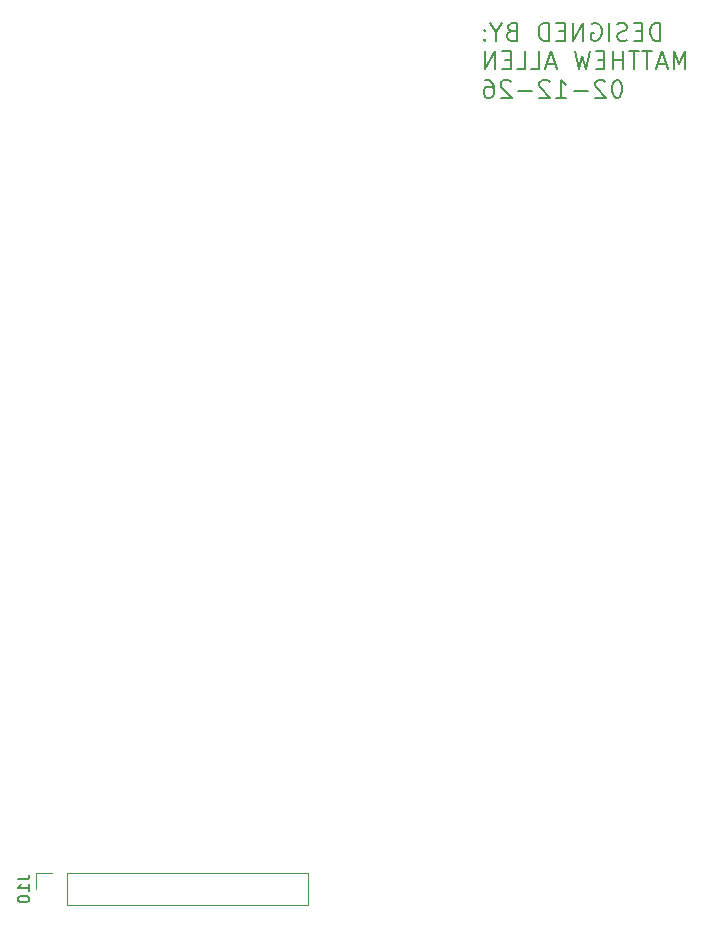
<source format=gbr>
%TF.GenerationSoftware,KiCad,Pcbnew,9.0.6*%
%TF.CreationDate,2026-02-12T10:09:27-05:00*%
%TF.ProjectId,polaris3.1,706f6c61-7269-4733-932e-312e6b696361,rev?*%
%TF.SameCoordinates,Original*%
%TF.FileFunction,Legend,Bot*%
%TF.FilePolarity,Positive*%
%FSLAX46Y46*%
G04 Gerber Fmt 4.6, Leading zero omitted, Abs format (unit mm)*
G04 Created by KiCad (PCBNEW 9.0.6) date 2026-02-12 10:09:27*
%MOMM*%
%LPD*%
G01*
G04 APERTURE LIST*
%ADD10C,0.187500*%
%ADD11C,0.150000*%
%ADD12C,0.120000*%
G04 APERTURE END LIST*
D10*
X202637641Y-47176846D02*
X202637641Y-45676846D01*
X202637641Y-45676846D02*
X202280498Y-45676846D01*
X202280498Y-45676846D02*
X202066212Y-45748275D01*
X202066212Y-45748275D02*
X201923355Y-45891132D01*
X201923355Y-45891132D02*
X201851926Y-46033989D01*
X201851926Y-46033989D02*
X201780498Y-46319703D01*
X201780498Y-46319703D02*
X201780498Y-46533989D01*
X201780498Y-46533989D02*
X201851926Y-46819703D01*
X201851926Y-46819703D02*
X201923355Y-46962560D01*
X201923355Y-46962560D02*
X202066212Y-47105418D01*
X202066212Y-47105418D02*
X202280498Y-47176846D01*
X202280498Y-47176846D02*
X202637641Y-47176846D01*
X201137641Y-46391132D02*
X200637641Y-46391132D01*
X200423355Y-47176846D02*
X201137641Y-47176846D01*
X201137641Y-47176846D02*
X201137641Y-45676846D01*
X201137641Y-45676846D02*
X200423355Y-45676846D01*
X199851926Y-47105418D02*
X199637641Y-47176846D01*
X199637641Y-47176846D02*
X199280498Y-47176846D01*
X199280498Y-47176846D02*
X199137641Y-47105418D01*
X199137641Y-47105418D02*
X199066212Y-47033989D01*
X199066212Y-47033989D02*
X198994783Y-46891132D01*
X198994783Y-46891132D02*
X198994783Y-46748275D01*
X198994783Y-46748275D02*
X199066212Y-46605418D01*
X199066212Y-46605418D02*
X199137641Y-46533989D01*
X199137641Y-46533989D02*
X199280498Y-46462560D01*
X199280498Y-46462560D02*
X199566212Y-46391132D01*
X199566212Y-46391132D02*
X199709069Y-46319703D01*
X199709069Y-46319703D02*
X199780498Y-46248275D01*
X199780498Y-46248275D02*
X199851926Y-46105418D01*
X199851926Y-46105418D02*
X199851926Y-45962560D01*
X199851926Y-45962560D02*
X199780498Y-45819703D01*
X199780498Y-45819703D02*
X199709069Y-45748275D01*
X199709069Y-45748275D02*
X199566212Y-45676846D01*
X199566212Y-45676846D02*
X199209069Y-45676846D01*
X199209069Y-45676846D02*
X198994783Y-45748275D01*
X198351927Y-47176846D02*
X198351927Y-45676846D01*
X196851926Y-45748275D02*
X196994784Y-45676846D01*
X196994784Y-45676846D02*
X197209069Y-45676846D01*
X197209069Y-45676846D02*
X197423355Y-45748275D01*
X197423355Y-45748275D02*
X197566212Y-45891132D01*
X197566212Y-45891132D02*
X197637641Y-46033989D01*
X197637641Y-46033989D02*
X197709069Y-46319703D01*
X197709069Y-46319703D02*
X197709069Y-46533989D01*
X197709069Y-46533989D02*
X197637641Y-46819703D01*
X197637641Y-46819703D02*
X197566212Y-46962560D01*
X197566212Y-46962560D02*
X197423355Y-47105418D01*
X197423355Y-47105418D02*
X197209069Y-47176846D01*
X197209069Y-47176846D02*
X197066212Y-47176846D01*
X197066212Y-47176846D02*
X196851926Y-47105418D01*
X196851926Y-47105418D02*
X196780498Y-47033989D01*
X196780498Y-47033989D02*
X196780498Y-46533989D01*
X196780498Y-46533989D02*
X197066212Y-46533989D01*
X196137641Y-47176846D02*
X196137641Y-45676846D01*
X196137641Y-45676846D02*
X195280498Y-47176846D01*
X195280498Y-47176846D02*
X195280498Y-45676846D01*
X194566212Y-46391132D02*
X194066212Y-46391132D01*
X193851926Y-47176846D02*
X194566212Y-47176846D01*
X194566212Y-47176846D02*
X194566212Y-45676846D01*
X194566212Y-45676846D02*
X193851926Y-45676846D01*
X193209069Y-47176846D02*
X193209069Y-45676846D01*
X193209069Y-45676846D02*
X192851926Y-45676846D01*
X192851926Y-45676846D02*
X192637640Y-45748275D01*
X192637640Y-45748275D02*
X192494783Y-45891132D01*
X192494783Y-45891132D02*
X192423354Y-46033989D01*
X192423354Y-46033989D02*
X192351926Y-46319703D01*
X192351926Y-46319703D02*
X192351926Y-46533989D01*
X192351926Y-46533989D02*
X192423354Y-46819703D01*
X192423354Y-46819703D02*
X192494783Y-46962560D01*
X192494783Y-46962560D02*
X192637640Y-47105418D01*
X192637640Y-47105418D02*
X192851926Y-47176846D01*
X192851926Y-47176846D02*
X193209069Y-47176846D01*
X190066212Y-46391132D02*
X189851926Y-46462560D01*
X189851926Y-46462560D02*
X189780497Y-46533989D01*
X189780497Y-46533989D02*
X189709069Y-46676846D01*
X189709069Y-46676846D02*
X189709069Y-46891132D01*
X189709069Y-46891132D02*
X189780497Y-47033989D01*
X189780497Y-47033989D02*
X189851926Y-47105418D01*
X189851926Y-47105418D02*
X189994783Y-47176846D01*
X189994783Y-47176846D02*
X190566212Y-47176846D01*
X190566212Y-47176846D02*
X190566212Y-45676846D01*
X190566212Y-45676846D02*
X190066212Y-45676846D01*
X190066212Y-45676846D02*
X189923355Y-45748275D01*
X189923355Y-45748275D02*
X189851926Y-45819703D01*
X189851926Y-45819703D02*
X189780497Y-45962560D01*
X189780497Y-45962560D02*
X189780497Y-46105418D01*
X189780497Y-46105418D02*
X189851926Y-46248275D01*
X189851926Y-46248275D02*
X189923355Y-46319703D01*
X189923355Y-46319703D02*
X190066212Y-46391132D01*
X190066212Y-46391132D02*
X190566212Y-46391132D01*
X188780497Y-46462560D02*
X188780497Y-47176846D01*
X189280497Y-45676846D02*
X188780497Y-46462560D01*
X188780497Y-46462560D02*
X188280497Y-45676846D01*
X187780498Y-47033989D02*
X187709069Y-47105418D01*
X187709069Y-47105418D02*
X187780498Y-47176846D01*
X187780498Y-47176846D02*
X187851926Y-47105418D01*
X187851926Y-47105418D02*
X187780498Y-47033989D01*
X187780498Y-47033989D02*
X187780498Y-47176846D01*
X187780498Y-46248275D02*
X187709069Y-46319703D01*
X187709069Y-46319703D02*
X187780498Y-46391132D01*
X187780498Y-46391132D02*
X187851926Y-46319703D01*
X187851926Y-46319703D02*
X187780498Y-46248275D01*
X187780498Y-46248275D02*
X187780498Y-46391132D01*
X204780499Y-49591762D02*
X204780499Y-48091762D01*
X204780499Y-48091762D02*
X204280499Y-49163191D01*
X204280499Y-49163191D02*
X203780499Y-48091762D01*
X203780499Y-48091762D02*
X203780499Y-49591762D01*
X203137641Y-49163191D02*
X202423356Y-49163191D01*
X203280498Y-49591762D02*
X202780498Y-48091762D01*
X202780498Y-48091762D02*
X202280498Y-49591762D01*
X201994784Y-48091762D02*
X201137642Y-48091762D01*
X201566213Y-49591762D02*
X201566213Y-48091762D01*
X200851927Y-48091762D02*
X199994785Y-48091762D01*
X200423356Y-49591762D02*
X200423356Y-48091762D01*
X199494785Y-49591762D02*
X199494785Y-48091762D01*
X199494785Y-48806048D02*
X198637642Y-48806048D01*
X198637642Y-49591762D02*
X198637642Y-48091762D01*
X197923356Y-48806048D02*
X197423356Y-48806048D01*
X197209070Y-49591762D02*
X197923356Y-49591762D01*
X197923356Y-49591762D02*
X197923356Y-48091762D01*
X197923356Y-48091762D02*
X197209070Y-48091762D01*
X196709070Y-48091762D02*
X196351927Y-49591762D01*
X196351927Y-49591762D02*
X196066213Y-48520334D01*
X196066213Y-48520334D02*
X195780498Y-49591762D01*
X195780498Y-49591762D02*
X195423356Y-48091762D01*
X193780498Y-49163191D02*
X193066213Y-49163191D01*
X193923355Y-49591762D02*
X193423355Y-48091762D01*
X193423355Y-48091762D02*
X192923355Y-49591762D01*
X191709070Y-49591762D02*
X192423356Y-49591762D01*
X192423356Y-49591762D02*
X192423356Y-48091762D01*
X190494784Y-49591762D02*
X191209070Y-49591762D01*
X191209070Y-49591762D02*
X191209070Y-48091762D01*
X189994784Y-48806048D02*
X189494784Y-48806048D01*
X189280498Y-49591762D02*
X189994784Y-49591762D01*
X189994784Y-49591762D02*
X189994784Y-48091762D01*
X189994784Y-48091762D02*
X189280498Y-48091762D01*
X188637641Y-49591762D02*
X188637641Y-48091762D01*
X188637641Y-48091762D02*
X187780498Y-49591762D01*
X187780498Y-49591762D02*
X187780498Y-48091762D01*
X199066209Y-50506678D02*
X198923352Y-50506678D01*
X198923352Y-50506678D02*
X198780495Y-50578107D01*
X198780495Y-50578107D02*
X198709067Y-50649535D01*
X198709067Y-50649535D02*
X198637638Y-50792392D01*
X198637638Y-50792392D02*
X198566209Y-51078107D01*
X198566209Y-51078107D02*
X198566209Y-51435250D01*
X198566209Y-51435250D02*
X198637638Y-51720964D01*
X198637638Y-51720964D02*
X198709067Y-51863821D01*
X198709067Y-51863821D02*
X198780495Y-51935250D01*
X198780495Y-51935250D02*
X198923352Y-52006678D01*
X198923352Y-52006678D02*
X199066209Y-52006678D01*
X199066209Y-52006678D02*
X199209067Y-51935250D01*
X199209067Y-51935250D02*
X199280495Y-51863821D01*
X199280495Y-51863821D02*
X199351924Y-51720964D01*
X199351924Y-51720964D02*
X199423352Y-51435250D01*
X199423352Y-51435250D02*
X199423352Y-51078107D01*
X199423352Y-51078107D02*
X199351924Y-50792392D01*
X199351924Y-50792392D02*
X199280495Y-50649535D01*
X199280495Y-50649535D02*
X199209067Y-50578107D01*
X199209067Y-50578107D02*
X199066209Y-50506678D01*
X197994781Y-50649535D02*
X197923353Y-50578107D01*
X197923353Y-50578107D02*
X197780496Y-50506678D01*
X197780496Y-50506678D02*
X197423353Y-50506678D01*
X197423353Y-50506678D02*
X197280496Y-50578107D01*
X197280496Y-50578107D02*
X197209067Y-50649535D01*
X197209067Y-50649535D02*
X197137638Y-50792392D01*
X197137638Y-50792392D02*
X197137638Y-50935250D01*
X197137638Y-50935250D02*
X197209067Y-51149535D01*
X197209067Y-51149535D02*
X198066210Y-52006678D01*
X198066210Y-52006678D02*
X197137638Y-52006678D01*
X196494782Y-51435250D02*
X195351925Y-51435250D01*
X193851924Y-52006678D02*
X194709067Y-52006678D01*
X194280496Y-52006678D02*
X194280496Y-50506678D01*
X194280496Y-50506678D02*
X194423353Y-50720964D01*
X194423353Y-50720964D02*
X194566210Y-50863821D01*
X194566210Y-50863821D02*
X194709067Y-50935250D01*
X193280496Y-50649535D02*
X193209068Y-50578107D01*
X193209068Y-50578107D02*
X193066211Y-50506678D01*
X193066211Y-50506678D02*
X192709068Y-50506678D01*
X192709068Y-50506678D02*
X192566211Y-50578107D01*
X192566211Y-50578107D02*
X192494782Y-50649535D01*
X192494782Y-50649535D02*
X192423353Y-50792392D01*
X192423353Y-50792392D02*
X192423353Y-50935250D01*
X192423353Y-50935250D02*
X192494782Y-51149535D01*
X192494782Y-51149535D02*
X193351925Y-52006678D01*
X193351925Y-52006678D02*
X192423353Y-52006678D01*
X191780497Y-51435250D02*
X190637640Y-51435250D01*
X189994782Y-50649535D02*
X189923354Y-50578107D01*
X189923354Y-50578107D02*
X189780497Y-50506678D01*
X189780497Y-50506678D02*
X189423354Y-50506678D01*
X189423354Y-50506678D02*
X189280497Y-50578107D01*
X189280497Y-50578107D02*
X189209068Y-50649535D01*
X189209068Y-50649535D02*
X189137639Y-50792392D01*
X189137639Y-50792392D02*
X189137639Y-50935250D01*
X189137639Y-50935250D02*
X189209068Y-51149535D01*
X189209068Y-51149535D02*
X190066211Y-52006678D01*
X190066211Y-52006678D02*
X189137639Y-52006678D01*
X187851926Y-50506678D02*
X188137640Y-50506678D01*
X188137640Y-50506678D02*
X188280497Y-50578107D01*
X188280497Y-50578107D02*
X188351926Y-50649535D01*
X188351926Y-50649535D02*
X188494783Y-50863821D01*
X188494783Y-50863821D02*
X188566211Y-51149535D01*
X188566211Y-51149535D02*
X188566211Y-51720964D01*
X188566211Y-51720964D02*
X188494783Y-51863821D01*
X188494783Y-51863821D02*
X188423354Y-51935250D01*
X188423354Y-51935250D02*
X188280497Y-52006678D01*
X188280497Y-52006678D02*
X187994783Y-52006678D01*
X187994783Y-52006678D02*
X187851926Y-51935250D01*
X187851926Y-51935250D02*
X187780497Y-51863821D01*
X187780497Y-51863821D02*
X187709068Y-51720964D01*
X187709068Y-51720964D02*
X187709068Y-51363821D01*
X187709068Y-51363821D02*
X187780497Y-51220964D01*
X187780497Y-51220964D02*
X187851926Y-51149535D01*
X187851926Y-51149535D02*
X187994783Y-51078107D01*
X187994783Y-51078107D02*
X188280497Y-51078107D01*
X188280497Y-51078107D02*
X188423354Y-51149535D01*
X188423354Y-51149535D02*
X188494783Y-51220964D01*
X188494783Y-51220964D02*
X188566211Y-51363821D01*
D11*
X148244819Y-118190476D02*
X148959104Y-118190476D01*
X148959104Y-118190476D02*
X149101961Y-118142857D01*
X149101961Y-118142857D02*
X149197200Y-118047619D01*
X149197200Y-118047619D02*
X149244819Y-117904762D01*
X149244819Y-117904762D02*
X149244819Y-117809524D01*
X149244819Y-119190476D02*
X149244819Y-118619048D01*
X149244819Y-118904762D02*
X148244819Y-118904762D01*
X148244819Y-118904762D02*
X148387676Y-118809524D01*
X148387676Y-118809524D02*
X148482914Y-118714286D01*
X148482914Y-118714286D02*
X148530533Y-118619048D01*
X148244819Y-119809524D02*
X148244819Y-119904762D01*
X148244819Y-119904762D02*
X148292438Y-120000000D01*
X148292438Y-120000000D02*
X148340057Y-120047619D01*
X148340057Y-120047619D02*
X148435295Y-120095238D01*
X148435295Y-120095238D02*
X148625771Y-120142857D01*
X148625771Y-120142857D02*
X148863866Y-120142857D01*
X148863866Y-120142857D02*
X149054342Y-120095238D01*
X149054342Y-120095238D02*
X149149580Y-120047619D01*
X149149580Y-120047619D02*
X149197200Y-120000000D01*
X149197200Y-120000000D02*
X149244819Y-119904762D01*
X149244819Y-119904762D02*
X149244819Y-119809524D01*
X149244819Y-119809524D02*
X149197200Y-119714286D01*
X149197200Y-119714286D02*
X149149580Y-119666667D01*
X149149580Y-119666667D02*
X149054342Y-119619048D01*
X149054342Y-119619048D02*
X148863866Y-119571429D01*
X148863866Y-119571429D02*
X148625771Y-119571429D01*
X148625771Y-119571429D02*
X148435295Y-119619048D01*
X148435295Y-119619048D02*
X148340057Y-119666667D01*
X148340057Y-119666667D02*
X148292438Y-119714286D01*
X148292438Y-119714286D02*
X148244819Y-119809524D01*
D12*
%TO.C,J10*%
X149790000Y-117620000D02*
X149790000Y-119000000D01*
X151170000Y-117620000D02*
X149790000Y-117620000D01*
X152440000Y-117620000D02*
X152440000Y-120380000D01*
X152440000Y-117620000D02*
X172870000Y-117620000D01*
X152440000Y-120380000D02*
X172870000Y-120380000D01*
X172870000Y-117620000D02*
X172870000Y-120380000D01*
%TD*%
M02*

</source>
